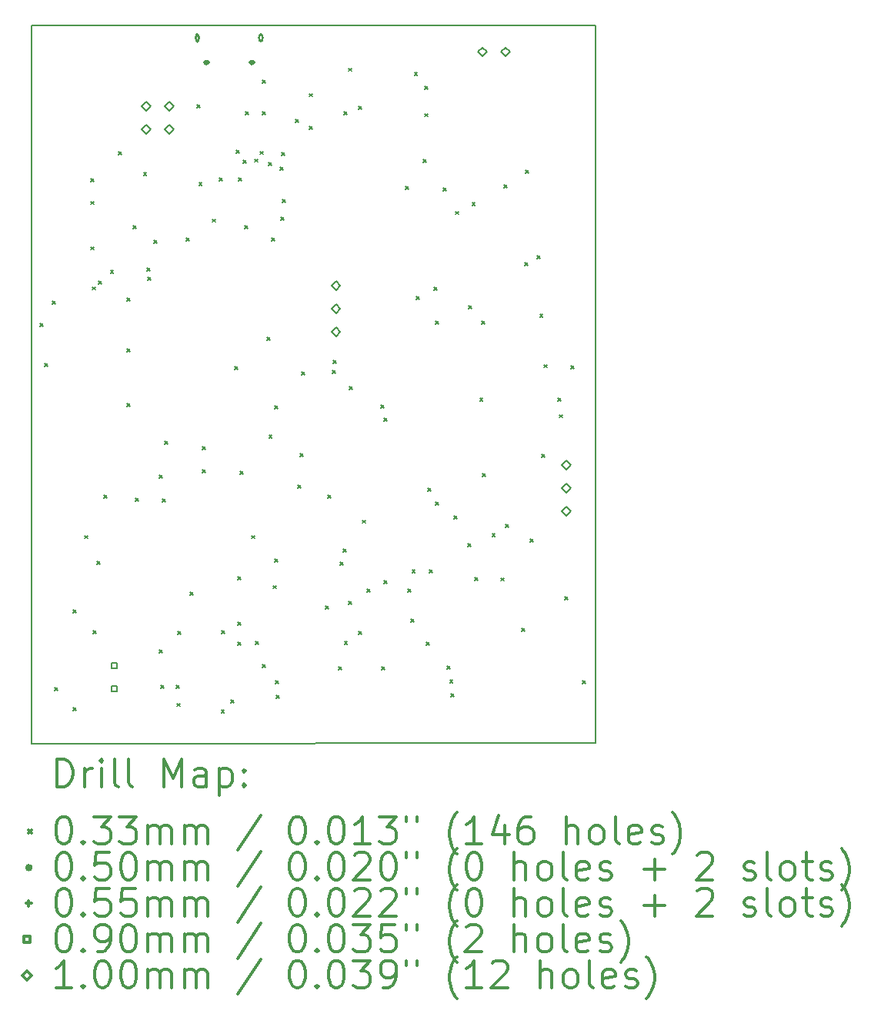
<source format=gbr>
%FSLAX45Y45*%
G04 Gerber Fmt 4.5, Leading zero omitted, Abs format (unit mm)*
G04 Created by KiCad (PCBNEW 5.0.1) date Tue 04 Dec 2018 09:14:12 PM EST*
%MOMM*%
%LPD*%
G01*
G04 APERTURE LIST*
%ADD10C,0.152400*%
%ADD11C,0.200000*%
%ADD12C,0.300000*%
G04 APERTURE END LIST*
D10*
X8965000Y-19270000D02*
X2765000Y-19275000D01*
X8965000Y-11375000D02*
X8965000Y-19270000D01*
X2765000Y-11375000D02*
X8965000Y-11375000D01*
X2765000Y-19275000D02*
X2765000Y-11375000D01*
D11*
X2858490Y-14653490D02*
X2891510Y-14686510D01*
X2891510Y-14653490D02*
X2858490Y-14686510D01*
X2903490Y-15098490D02*
X2936510Y-15131510D01*
X2936510Y-15098490D02*
X2903490Y-15131510D01*
X2993490Y-14408490D02*
X3026510Y-14441510D01*
X3026510Y-14408490D02*
X2993490Y-14441510D01*
X3014939Y-18658837D02*
X3047959Y-18691857D01*
X3047959Y-18658837D02*
X3014939Y-18691857D01*
X3218490Y-17803490D02*
X3251510Y-17836510D01*
X3251510Y-17803490D02*
X3218490Y-17836510D01*
X3218490Y-18878490D02*
X3251510Y-18911510D01*
X3251510Y-18878490D02*
X3218490Y-18911510D01*
X3348490Y-16988490D02*
X3381510Y-17021510D01*
X3381510Y-16988490D02*
X3348490Y-17021510D01*
X3413490Y-13063490D02*
X3446510Y-13096510D01*
X3446510Y-13063490D02*
X3413490Y-13096510D01*
X3413490Y-13313490D02*
X3446510Y-13346510D01*
X3446510Y-13313490D02*
X3413490Y-13346510D01*
X3413490Y-13813490D02*
X3446510Y-13846510D01*
X3446510Y-13813490D02*
X3413490Y-13846510D01*
X3433490Y-14253490D02*
X3466510Y-14286510D01*
X3466510Y-14253490D02*
X3433490Y-14286510D01*
X3438490Y-18033490D02*
X3471510Y-18066510D01*
X3471510Y-18033490D02*
X3438490Y-18066510D01*
X3484939Y-17273837D02*
X3517959Y-17306857D01*
X3517959Y-17273837D02*
X3484939Y-17306857D01*
X3498490Y-14188490D02*
X3531510Y-14221510D01*
X3531510Y-14188490D02*
X3498490Y-14221510D01*
X3559273Y-16543490D02*
X3592293Y-16576510D01*
X3592293Y-16543490D02*
X3559273Y-16576510D01*
X3629310Y-14069395D02*
X3662330Y-14102415D01*
X3662330Y-14069395D02*
X3629310Y-14102415D01*
X3718490Y-12768490D02*
X3751510Y-12801510D01*
X3751510Y-12768490D02*
X3718490Y-12801510D01*
X3813490Y-14373490D02*
X3846510Y-14406510D01*
X3846510Y-14373490D02*
X3813490Y-14406510D01*
X3813490Y-14938490D02*
X3846510Y-14971510D01*
X3846510Y-14938490D02*
X3813490Y-14971510D01*
X3813490Y-15534090D02*
X3846510Y-15567110D01*
X3846510Y-15534090D02*
X3813490Y-15567110D01*
X3878490Y-13578490D02*
X3911510Y-13611510D01*
X3911510Y-13578490D02*
X3878490Y-13611510D01*
X3903490Y-16578490D02*
X3936510Y-16611510D01*
X3936510Y-16578490D02*
X3903490Y-16611510D01*
X3993490Y-12993490D02*
X4026510Y-13026510D01*
X4026510Y-12993490D02*
X3993490Y-13026510D01*
X4028490Y-14043490D02*
X4061510Y-14076510D01*
X4061510Y-14043490D02*
X4028490Y-14076510D01*
X4043490Y-14148490D02*
X4076510Y-14181510D01*
X4076510Y-14148490D02*
X4043490Y-14181510D01*
X4108490Y-13743490D02*
X4141510Y-13776510D01*
X4141510Y-13743490D02*
X4108490Y-13776510D01*
X4163490Y-18248490D02*
X4196510Y-18281510D01*
X4196510Y-18248490D02*
X4163490Y-18281510D01*
X4168490Y-16323490D02*
X4201510Y-16356510D01*
X4201510Y-16323490D02*
X4168490Y-16356510D01*
X4184939Y-18633837D02*
X4217959Y-18666857D01*
X4217959Y-18633837D02*
X4184939Y-18666857D01*
X4203490Y-16583490D02*
X4236510Y-16616510D01*
X4236510Y-16583490D02*
X4203490Y-16616510D01*
X4227890Y-15948490D02*
X4260910Y-15981510D01*
X4260910Y-15948490D02*
X4227890Y-15981510D01*
X4354939Y-18633837D02*
X4387959Y-18666857D01*
X4387959Y-18633837D02*
X4354939Y-18666857D01*
X4358490Y-18833490D02*
X4391510Y-18866510D01*
X4391510Y-18833490D02*
X4358490Y-18866510D01*
X4373490Y-18043490D02*
X4406510Y-18076510D01*
X4406510Y-18043490D02*
X4373490Y-18076510D01*
X4463490Y-13713490D02*
X4496510Y-13746510D01*
X4496510Y-13713490D02*
X4463490Y-13746510D01*
X4508490Y-17608490D02*
X4541510Y-17641510D01*
X4541510Y-17608490D02*
X4508490Y-17641510D01*
X4578490Y-12248490D02*
X4611510Y-12281510D01*
X4611510Y-12248490D02*
X4578490Y-12281510D01*
X4603490Y-13108490D02*
X4636510Y-13141510D01*
X4636510Y-13108490D02*
X4603490Y-13141510D01*
X4643490Y-16013490D02*
X4676510Y-16046510D01*
X4676510Y-16013490D02*
X4643490Y-16046510D01*
X4643490Y-16263490D02*
X4676510Y-16296510D01*
X4676510Y-16263490D02*
X4643490Y-16296510D01*
X4748490Y-13508490D02*
X4781510Y-13541510D01*
X4781510Y-13508490D02*
X4748490Y-13541510D01*
X4828490Y-13058490D02*
X4861510Y-13091510D01*
X4861510Y-13058490D02*
X4828490Y-13091510D01*
X4848490Y-18908490D02*
X4881510Y-18941510D01*
X4881510Y-18908490D02*
X4848490Y-18941510D01*
X4854939Y-18035990D02*
X4887959Y-18069010D01*
X4887959Y-18035990D02*
X4854939Y-18069010D01*
X4953490Y-18793490D02*
X4986510Y-18826510D01*
X4986510Y-18793490D02*
X4953490Y-18826510D01*
X4993490Y-15128490D02*
X5026510Y-15161510D01*
X5026510Y-15128490D02*
X4993490Y-15161510D01*
X5013490Y-12753490D02*
X5046510Y-12786510D01*
X5046510Y-12753490D02*
X5013490Y-12786510D01*
X5028490Y-18158490D02*
X5061510Y-18191510D01*
X5061510Y-18158490D02*
X5028490Y-18191510D01*
X5033490Y-17443490D02*
X5066510Y-17476510D01*
X5066510Y-17443490D02*
X5033490Y-17476510D01*
X5033490Y-17943490D02*
X5066510Y-17976510D01*
X5066510Y-17943490D02*
X5033490Y-17976510D01*
X5038490Y-13053490D02*
X5071510Y-13086510D01*
X5071510Y-13053490D02*
X5038490Y-13086510D01*
X5054700Y-16283400D02*
X5087720Y-16316420D01*
X5087720Y-16283400D02*
X5054700Y-16316420D01*
X5093490Y-12858490D02*
X5126510Y-12891510D01*
X5126510Y-12858490D02*
X5093490Y-12891510D01*
X5108490Y-13578490D02*
X5141510Y-13611510D01*
X5141510Y-13578490D02*
X5108490Y-13611510D01*
X5113490Y-12328490D02*
X5146510Y-12361510D01*
X5146510Y-12328490D02*
X5113490Y-12361510D01*
X5183490Y-16988490D02*
X5216510Y-17021510D01*
X5216510Y-16988490D02*
X5183490Y-17021510D01*
X5218490Y-12847918D02*
X5251510Y-12880938D01*
X5251510Y-12847918D02*
X5218490Y-12880938D01*
X5228490Y-18148490D02*
X5261510Y-18181510D01*
X5261510Y-18148490D02*
X5228490Y-18181510D01*
X5273490Y-12763490D02*
X5306510Y-12796510D01*
X5306510Y-12763490D02*
X5273490Y-12796510D01*
X5298490Y-11978490D02*
X5331510Y-12011510D01*
X5331510Y-11978490D02*
X5298490Y-12011510D01*
X5303490Y-12328490D02*
X5336510Y-12361510D01*
X5336510Y-12328490D02*
X5303490Y-12361510D01*
X5303490Y-18403490D02*
X5336510Y-18436510D01*
X5336510Y-18403490D02*
X5303490Y-18436510D01*
X5353490Y-14808490D02*
X5386510Y-14841510D01*
X5386510Y-14808490D02*
X5353490Y-14841510D01*
X5371102Y-12888559D02*
X5404122Y-12921579D01*
X5404122Y-12888559D02*
X5371102Y-12921579D01*
X5373490Y-15883490D02*
X5406510Y-15916510D01*
X5406510Y-15883490D02*
X5373490Y-15916510D01*
X5403490Y-13713490D02*
X5436510Y-13746510D01*
X5436510Y-13713490D02*
X5403490Y-13746510D01*
X5423490Y-17538490D02*
X5456510Y-17571510D01*
X5456510Y-17538490D02*
X5423490Y-17571510D01*
X5433490Y-15558490D02*
X5466510Y-15591510D01*
X5466510Y-15558490D02*
X5433490Y-15591510D01*
X5438490Y-17243490D02*
X5471510Y-17276510D01*
X5471510Y-17243490D02*
X5438490Y-17276510D01*
X5443490Y-18583490D02*
X5476510Y-18616510D01*
X5476510Y-18583490D02*
X5443490Y-18616510D01*
X5453490Y-18748490D02*
X5486510Y-18781510D01*
X5486510Y-18748490D02*
X5453490Y-18781510D01*
X5493490Y-12933490D02*
X5526510Y-12966510D01*
X5526510Y-12933490D02*
X5493490Y-12966510D01*
X5508490Y-13488490D02*
X5541510Y-13521510D01*
X5541510Y-13488490D02*
X5508490Y-13521510D01*
X5513490Y-12773490D02*
X5546510Y-12806510D01*
X5546510Y-12773490D02*
X5513490Y-12806510D01*
X5518490Y-13293490D02*
X5551510Y-13326510D01*
X5551510Y-13293490D02*
X5518490Y-13326510D01*
X5668490Y-12408490D02*
X5701510Y-12441510D01*
X5701510Y-12408490D02*
X5668490Y-12441510D01*
X5694740Y-16429829D02*
X5727760Y-16462849D01*
X5727760Y-16429829D02*
X5694740Y-16462849D01*
X5718490Y-16088490D02*
X5751510Y-16121510D01*
X5751510Y-16088490D02*
X5718490Y-16121510D01*
X5733490Y-15188490D02*
X5766510Y-15221510D01*
X5766510Y-15188490D02*
X5733490Y-15221510D01*
X5818490Y-12128490D02*
X5851510Y-12161510D01*
X5851510Y-12128490D02*
X5818490Y-12161510D01*
X5818490Y-12488490D02*
X5851510Y-12521510D01*
X5851510Y-12488490D02*
X5818490Y-12521510D01*
X5993490Y-17763490D02*
X6026510Y-17796510D01*
X6026510Y-17763490D02*
X5993490Y-17796510D01*
X6023490Y-16543490D02*
X6056510Y-16576510D01*
X6056510Y-16543490D02*
X6023490Y-16576510D01*
X6073490Y-15168490D02*
X6106510Y-15201510D01*
X6106510Y-15168490D02*
X6073490Y-15201510D01*
X6083490Y-15058490D02*
X6116510Y-15091510D01*
X6116510Y-15058490D02*
X6083490Y-15091510D01*
X6143490Y-18433490D02*
X6176510Y-18466510D01*
X6176510Y-18433490D02*
X6143490Y-18466510D01*
X6158490Y-17278490D02*
X6191510Y-17311510D01*
X6191510Y-17278490D02*
X6158490Y-17311510D01*
X6188490Y-17133490D02*
X6221510Y-17166510D01*
X6221510Y-17133490D02*
X6188490Y-17166510D01*
X6198490Y-12328490D02*
X6231510Y-12361510D01*
X6231510Y-12328490D02*
X6198490Y-12361510D01*
X6203020Y-18148490D02*
X6236040Y-18181510D01*
X6236040Y-18148490D02*
X6203020Y-18181510D01*
X6248490Y-17708490D02*
X6281510Y-17741510D01*
X6281510Y-17708490D02*
X6248490Y-17741510D01*
X6253490Y-11848490D02*
X6286510Y-11881510D01*
X6286510Y-11848490D02*
X6253490Y-11881510D01*
X6258490Y-15353490D02*
X6291510Y-15386510D01*
X6291510Y-15353490D02*
X6258490Y-15386510D01*
X6358490Y-12268490D02*
X6391510Y-12301510D01*
X6391510Y-12268490D02*
X6358490Y-12301510D01*
X6358490Y-18038490D02*
X6391510Y-18071510D01*
X6391510Y-18038490D02*
X6358490Y-18071510D01*
X6403490Y-16818490D02*
X6436510Y-16851510D01*
X6436510Y-16818490D02*
X6403490Y-16851510D01*
X6453490Y-17573490D02*
X6486510Y-17606510D01*
X6486510Y-17573490D02*
X6453490Y-17606510D01*
X6603490Y-15553490D02*
X6636510Y-15586510D01*
X6636510Y-15553490D02*
X6603490Y-15586510D01*
X6613490Y-18433490D02*
X6646510Y-18466510D01*
X6646510Y-18433490D02*
X6613490Y-18466510D01*
X6638006Y-15693974D02*
X6671026Y-15726994D01*
X6671026Y-15693974D02*
X6638006Y-15726994D01*
X6638490Y-17483490D02*
X6671510Y-17516510D01*
X6671510Y-17483490D02*
X6638490Y-17516510D01*
X6873490Y-13148490D02*
X6906510Y-13181510D01*
X6906510Y-13148490D02*
X6873490Y-13181510D01*
X6903490Y-17578490D02*
X6936510Y-17611510D01*
X6936510Y-17578490D02*
X6903490Y-17611510D01*
X6938490Y-17903490D02*
X6971510Y-17936510D01*
X6971510Y-17903490D02*
X6938490Y-17936510D01*
X6948490Y-17363490D02*
X6981510Y-17396510D01*
X6981510Y-17363490D02*
X6948490Y-17396510D01*
X6973490Y-11893490D02*
X7006510Y-11926510D01*
X7006510Y-11893490D02*
X6973490Y-11926510D01*
X6998490Y-14358490D02*
X7031510Y-14391510D01*
X7031510Y-14358490D02*
X6998490Y-14391510D01*
X7068490Y-12848490D02*
X7101510Y-12881510D01*
X7101510Y-12848490D02*
X7068490Y-12881510D01*
X7088490Y-12048490D02*
X7121510Y-12081510D01*
X7121510Y-12048490D02*
X7088490Y-12081510D01*
X7088490Y-12348490D02*
X7121510Y-12381510D01*
X7121510Y-12348490D02*
X7088490Y-12381510D01*
X7103490Y-18158490D02*
X7136510Y-18191510D01*
X7136510Y-18158490D02*
X7103490Y-18191510D01*
X7118490Y-16468490D02*
X7151510Y-16501510D01*
X7151510Y-16468490D02*
X7118490Y-16501510D01*
X7138490Y-17363490D02*
X7171510Y-17396510D01*
X7171510Y-17363490D02*
X7138490Y-17396510D01*
X7188490Y-14258490D02*
X7221510Y-14291510D01*
X7221510Y-14258490D02*
X7188490Y-14291510D01*
X7203490Y-14628490D02*
X7236510Y-14661510D01*
X7236510Y-14628490D02*
X7203490Y-14661510D01*
X7208490Y-16618490D02*
X7241510Y-16651510D01*
X7241510Y-16618490D02*
X7208490Y-16651510D01*
X7288490Y-13168490D02*
X7321510Y-13201510D01*
X7321510Y-13168490D02*
X7288490Y-13201510D01*
X7333490Y-18423490D02*
X7366510Y-18456510D01*
X7366510Y-18423490D02*
X7333490Y-18456510D01*
X7363490Y-18578490D02*
X7396510Y-18611510D01*
X7396510Y-18578490D02*
X7363490Y-18611510D01*
X7373490Y-18728490D02*
X7406510Y-18761510D01*
X7406510Y-18728490D02*
X7373490Y-18761510D01*
X7413490Y-16768490D02*
X7446510Y-16801510D01*
X7446510Y-16768490D02*
X7413490Y-16801510D01*
X7428490Y-13423490D02*
X7461510Y-13456510D01*
X7461510Y-13423490D02*
X7428490Y-13456510D01*
X7558490Y-17078490D02*
X7591510Y-17111510D01*
X7591510Y-17078490D02*
X7558490Y-17111510D01*
X7568490Y-14458490D02*
X7601510Y-14491510D01*
X7601510Y-14458490D02*
X7568490Y-14491510D01*
X7608490Y-13328490D02*
X7641510Y-13361510D01*
X7641510Y-13328490D02*
X7608490Y-13361510D01*
X7638490Y-17448490D02*
X7671510Y-17481510D01*
X7671510Y-17448490D02*
X7638490Y-17481510D01*
X7693490Y-15478490D02*
X7726510Y-15511510D01*
X7726510Y-15478490D02*
X7693490Y-15511510D01*
X7713490Y-14628490D02*
X7746510Y-14661510D01*
X7746510Y-14628490D02*
X7713490Y-14661510D01*
X7723490Y-16308490D02*
X7756510Y-16341510D01*
X7756510Y-16308490D02*
X7723490Y-16341510D01*
X7828490Y-16963490D02*
X7861510Y-16996510D01*
X7861510Y-16963490D02*
X7828490Y-16996510D01*
X7923490Y-17453490D02*
X7956510Y-17486510D01*
X7956510Y-17453490D02*
X7923490Y-17486510D01*
X7958490Y-13133490D02*
X7991510Y-13166510D01*
X7991510Y-13133490D02*
X7958490Y-13166510D01*
X7978490Y-16863490D02*
X8011510Y-16896510D01*
X8011510Y-16863490D02*
X7978490Y-16896510D01*
X8158490Y-18008490D02*
X8191510Y-18041510D01*
X8191510Y-18008490D02*
X8158490Y-18041510D01*
X8188490Y-13983490D02*
X8221510Y-14016510D01*
X8221510Y-13983490D02*
X8188490Y-14016510D01*
X8198490Y-12968490D02*
X8231510Y-13001510D01*
X8231510Y-12968490D02*
X8198490Y-13001510D01*
X8248490Y-17028490D02*
X8281510Y-17061510D01*
X8281510Y-17028490D02*
X8248490Y-17061510D01*
X8323490Y-13908490D02*
X8356510Y-13941510D01*
X8356510Y-13908490D02*
X8323490Y-13941510D01*
X8353490Y-14553490D02*
X8386510Y-14586510D01*
X8386510Y-14553490D02*
X8353490Y-14586510D01*
X8373490Y-16093490D02*
X8406510Y-16126510D01*
X8406510Y-16093490D02*
X8373490Y-16126510D01*
X8398490Y-15108490D02*
X8431510Y-15141510D01*
X8431510Y-15108490D02*
X8398490Y-15141510D01*
X8553490Y-15473490D02*
X8586510Y-15506510D01*
X8586510Y-15473490D02*
X8553490Y-15506510D01*
X8573490Y-15658490D02*
X8606510Y-15691510D01*
X8606510Y-15658490D02*
X8573490Y-15691510D01*
X8628490Y-17663490D02*
X8661510Y-17696510D01*
X8661510Y-17663490D02*
X8628490Y-17696510D01*
X8698490Y-15123490D02*
X8731510Y-15156510D01*
X8731510Y-15123490D02*
X8698490Y-15156510D01*
X8823490Y-18583490D02*
X8856510Y-18616510D01*
X8856510Y-18583490D02*
X8823490Y-18616510D01*
X4610000Y-11515000D02*
G75*
G03X4610000Y-11515000I-25000J0D01*
G01*
X4600000Y-11547500D02*
X4600000Y-11482500D01*
X4570000Y-11547500D02*
X4570000Y-11482500D01*
X4600000Y-11482500D02*
G75*
G03X4570000Y-11482500I-15000J0D01*
G01*
X4570000Y-11547500D02*
G75*
G03X4600000Y-11547500I15000J0D01*
G01*
X5310000Y-11515000D02*
G75*
G03X5310000Y-11515000I-25000J0D01*
G01*
X5270000Y-11482500D02*
X5270000Y-11547500D01*
X5300000Y-11482500D02*
X5300000Y-11547500D01*
X5270000Y-11547500D02*
G75*
G03X5300000Y-11547500I15000J0D01*
G01*
X5300000Y-11482500D02*
G75*
G03X5270000Y-11482500I-15000J0D01*
G01*
X4685000Y-11757500D02*
X4685000Y-11812500D01*
X4657500Y-11785000D02*
X4712500Y-11785000D01*
X4700000Y-11767500D02*
X4670000Y-11767500D01*
X4700000Y-11802500D02*
X4670000Y-11802500D01*
X4670000Y-11767500D02*
G75*
G03X4670000Y-11802500I0J-17500D01*
G01*
X4700000Y-11802500D02*
G75*
G03X4700000Y-11767500I0J17500D01*
G01*
X5185000Y-11757500D02*
X5185000Y-11812500D01*
X5157500Y-11785000D02*
X5212500Y-11785000D01*
X5200000Y-11767500D02*
X5170000Y-11767500D01*
X5200000Y-11802500D02*
X5170000Y-11802500D01*
X5170000Y-11767500D02*
G75*
G03X5170000Y-11802500I0J-17500D01*
G01*
X5200000Y-11802500D02*
G75*
G03X5200000Y-11767500I0J17500D01*
G01*
X3703269Y-18452167D02*
X3703269Y-18388526D01*
X3639629Y-18388526D01*
X3639629Y-18452167D01*
X3703269Y-18452167D01*
X3703269Y-18706167D02*
X3703269Y-18642526D01*
X3639629Y-18642526D01*
X3639629Y-18706167D01*
X3703269Y-18706167D01*
X7720000Y-11720000D02*
X7770000Y-11670000D01*
X7720000Y-11620000D01*
X7670000Y-11670000D01*
X7720000Y-11720000D01*
X7974000Y-11720000D02*
X8024000Y-11670000D01*
X7974000Y-11620000D01*
X7924000Y-11670000D01*
X7974000Y-11720000D01*
X6110000Y-14292000D02*
X6160000Y-14242000D01*
X6110000Y-14192000D01*
X6060000Y-14242000D01*
X6110000Y-14292000D01*
X6110000Y-14546000D02*
X6160000Y-14496000D01*
X6110000Y-14446000D01*
X6060000Y-14496000D01*
X6110000Y-14546000D01*
X6110000Y-14800000D02*
X6160000Y-14750000D01*
X6110000Y-14700000D01*
X6060000Y-14750000D01*
X6110000Y-14800000D01*
X8645000Y-16265000D02*
X8695000Y-16215000D01*
X8645000Y-16165000D01*
X8595000Y-16215000D01*
X8645000Y-16265000D01*
X8645000Y-16519000D02*
X8695000Y-16469000D01*
X8645000Y-16419000D01*
X8595000Y-16469000D01*
X8645000Y-16519000D01*
X8645000Y-16773000D02*
X8695000Y-16723000D01*
X8645000Y-16673000D01*
X8595000Y-16723000D01*
X8645000Y-16773000D01*
X4021000Y-12315000D02*
X4071000Y-12265000D01*
X4021000Y-12215000D01*
X3971000Y-12265000D01*
X4021000Y-12315000D01*
X4021000Y-12569000D02*
X4071000Y-12519000D01*
X4021000Y-12469000D01*
X3971000Y-12519000D01*
X4021000Y-12569000D01*
X4275000Y-12315000D02*
X4325000Y-12265000D01*
X4275000Y-12215000D01*
X4225000Y-12265000D01*
X4275000Y-12315000D01*
X4275000Y-12569000D02*
X4325000Y-12519000D01*
X4275000Y-12469000D01*
X4225000Y-12519000D01*
X4275000Y-12569000D01*
D12*
X3043808Y-19748334D02*
X3043808Y-19448334D01*
X3115237Y-19448334D01*
X3158094Y-19462620D01*
X3186666Y-19491192D01*
X3200951Y-19519763D01*
X3215237Y-19576906D01*
X3215237Y-19619763D01*
X3200951Y-19676906D01*
X3186666Y-19705477D01*
X3158094Y-19734049D01*
X3115237Y-19748334D01*
X3043808Y-19748334D01*
X3343808Y-19748334D02*
X3343808Y-19548334D01*
X3343808Y-19605477D02*
X3358094Y-19576906D01*
X3372380Y-19562620D01*
X3400951Y-19548334D01*
X3429523Y-19548334D01*
X3529523Y-19748334D02*
X3529523Y-19548334D01*
X3529523Y-19448334D02*
X3515237Y-19462620D01*
X3529523Y-19476906D01*
X3543808Y-19462620D01*
X3529523Y-19448334D01*
X3529523Y-19476906D01*
X3715237Y-19748334D02*
X3686666Y-19734049D01*
X3672380Y-19705477D01*
X3672380Y-19448334D01*
X3872380Y-19748334D02*
X3843808Y-19734049D01*
X3829523Y-19705477D01*
X3829523Y-19448334D01*
X4215237Y-19748334D02*
X4215237Y-19448334D01*
X4315237Y-19662620D01*
X4415237Y-19448334D01*
X4415237Y-19748334D01*
X4686666Y-19748334D02*
X4686666Y-19591192D01*
X4672380Y-19562620D01*
X4643808Y-19548334D01*
X4586666Y-19548334D01*
X4558094Y-19562620D01*
X4686666Y-19734049D02*
X4658094Y-19748334D01*
X4586666Y-19748334D01*
X4558094Y-19734049D01*
X4543808Y-19705477D01*
X4543808Y-19676906D01*
X4558094Y-19648334D01*
X4586666Y-19634049D01*
X4658094Y-19634049D01*
X4686666Y-19619763D01*
X4829523Y-19548334D02*
X4829523Y-19848334D01*
X4829523Y-19562620D02*
X4858094Y-19548334D01*
X4915237Y-19548334D01*
X4943808Y-19562620D01*
X4958094Y-19576906D01*
X4972380Y-19605477D01*
X4972380Y-19691192D01*
X4958094Y-19719763D01*
X4943808Y-19734049D01*
X4915237Y-19748334D01*
X4858094Y-19748334D01*
X4829523Y-19734049D01*
X5100951Y-19719763D02*
X5115237Y-19734049D01*
X5100951Y-19748334D01*
X5086666Y-19734049D01*
X5100951Y-19719763D01*
X5100951Y-19748334D01*
X5100951Y-19562620D02*
X5115237Y-19576906D01*
X5100951Y-19591192D01*
X5086666Y-19576906D01*
X5100951Y-19562620D01*
X5100951Y-19591192D01*
X2724360Y-20226110D02*
X2757380Y-20259130D01*
X2757380Y-20226110D02*
X2724360Y-20259130D01*
X3100951Y-20078334D02*
X3129523Y-20078334D01*
X3158094Y-20092620D01*
X3172380Y-20106906D01*
X3186666Y-20135477D01*
X3200951Y-20192620D01*
X3200951Y-20264049D01*
X3186666Y-20321192D01*
X3172380Y-20349763D01*
X3158094Y-20364049D01*
X3129523Y-20378334D01*
X3100951Y-20378334D01*
X3072380Y-20364049D01*
X3058094Y-20349763D01*
X3043808Y-20321192D01*
X3029523Y-20264049D01*
X3029523Y-20192620D01*
X3043808Y-20135477D01*
X3058094Y-20106906D01*
X3072380Y-20092620D01*
X3100951Y-20078334D01*
X3329523Y-20349763D02*
X3343808Y-20364049D01*
X3329523Y-20378334D01*
X3315237Y-20364049D01*
X3329523Y-20349763D01*
X3329523Y-20378334D01*
X3443808Y-20078334D02*
X3629523Y-20078334D01*
X3529523Y-20192620D01*
X3572380Y-20192620D01*
X3600951Y-20206906D01*
X3615237Y-20221192D01*
X3629523Y-20249763D01*
X3629523Y-20321192D01*
X3615237Y-20349763D01*
X3600951Y-20364049D01*
X3572380Y-20378334D01*
X3486666Y-20378334D01*
X3458094Y-20364049D01*
X3443808Y-20349763D01*
X3729523Y-20078334D02*
X3915237Y-20078334D01*
X3815237Y-20192620D01*
X3858094Y-20192620D01*
X3886666Y-20206906D01*
X3900951Y-20221192D01*
X3915237Y-20249763D01*
X3915237Y-20321192D01*
X3900951Y-20349763D01*
X3886666Y-20364049D01*
X3858094Y-20378334D01*
X3772380Y-20378334D01*
X3743808Y-20364049D01*
X3729523Y-20349763D01*
X4043808Y-20378334D02*
X4043808Y-20178334D01*
X4043808Y-20206906D02*
X4058094Y-20192620D01*
X4086666Y-20178334D01*
X4129523Y-20178334D01*
X4158094Y-20192620D01*
X4172380Y-20221192D01*
X4172380Y-20378334D01*
X4172380Y-20221192D02*
X4186666Y-20192620D01*
X4215237Y-20178334D01*
X4258094Y-20178334D01*
X4286666Y-20192620D01*
X4300951Y-20221192D01*
X4300951Y-20378334D01*
X4443808Y-20378334D02*
X4443808Y-20178334D01*
X4443808Y-20206906D02*
X4458094Y-20192620D01*
X4486666Y-20178334D01*
X4529523Y-20178334D01*
X4558094Y-20192620D01*
X4572380Y-20221192D01*
X4572380Y-20378334D01*
X4572380Y-20221192D02*
X4586666Y-20192620D01*
X4615237Y-20178334D01*
X4658094Y-20178334D01*
X4686666Y-20192620D01*
X4700951Y-20221192D01*
X4700951Y-20378334D01*
X5286666Y-20064049D02*
X5029523Y-20449763D01*
X5672380Y-20078334D02*
X5700951Y-20078334D01*
X5729523Y-20092620D01*
X5743808Y-20106906D01*
X5758094Y-20135477D01*
X5772380Y-20192620D01*
X5772380Y-20264049D01*
X5758094Y-20321192D01*
X5743808Y-20349763D01*
X5729523Y-20364049D01*
X5700951Y-20378334D01*
X5672380Y-20378334D01*
X5643808Y-20364049D01*
X5629523Y-20349763D01*
X5615237Y-20321192D01*
X5600951Y-20264049D01*
X5600951Y-20192620D01*
X5615237Y-20135477D01*
X5629523Y-20106906D01*
X5643808Y-20092620D01*
X5672380Y-20078334D01*
X5900951Y-20349763D02*
X5915237Y-20364049D01*
X5900951Y-20378334D01*
X5886666Y-20364049D01*
X5900951Y-20349763D01*
X5900951Y-20378334D01*
X6100951Y-20078334D02*
X6129523Y-20078334D01*
X6158094Y-20092620D01*
X6172380Y-20106906D01*
X6186666Y-20135477D01*
X6200951Y-20192620D01*
X6200951Y-20264049D01*
X6186666Y-20321192D01*
X6172380Y-20349763D01*
X6158094Y-20364049D01*
X6129523Y-20378334D01*
X6100951Y-20378334D01*
X6072380Y-20364049D01*
X6058094Y-20349763D01*
X6043808Y-20321192D01*
X6029523Y-20264049D01*
X6029523Y-20192620D01*
X6043808Y-20135477D01*
X6058094Y-20106906D01*
X6072380Y-20092620D01*
X6100951Y-20078334D01*
X6486666Y-20378334D02*
X6315237Y-20378334D01*
X6400951Y-20378334D02*
X6400951Y-20078334D01*
X6372380Y-20121192D01*
X6343808Y-20149763D01*
X6315237Y-20164049D01*
X6586666Y-20078334D02*
X6772380Y-20078334D01*
X6672380Y-20192620D01*
X6715237Y-20192620D01*
X6743808Y-20206906D01*
X6758094Y-20221192D01*
X6772380Y-20249763D01*
X6772380Y-20321192D01*
X6758094Y-20349763D01*
X6743808Y-20364049D01*
X6715237Y-20378334D01*
X6629523Y-20378334D01*
X6600951Y-20364049D01*
X6586666Y-20349763D01*
X6886666Y-20078334D02*
X6886666Y-20135477D01*
X7000951Y-20078334D02*
X7000951Y-20135477D01*
X7443808Y-20492620D02*
X7429523Y-20478334D01*
X7400951Y-20435477D01*
X7386666Y-20406906D01*
X7372380Y-20364049D01*
X7358094Y-20292620D01*
X7358094Y-20235477D01*
X7372380Y-20164049D01*
X7386666Y-20121192D01*
X7400951Y-20092620D01*
X7429523Y-20049763D01*
X7443808Y-20035477D01*
X7715237Y-20378334D02*
X7543808Y-20378334D01*
X7629523Y-20378334D02*
X7629523Y-20078334D01*
X7600951Y-20121192D01*
X7572380Y-20149763D01*
X7543808Y-20164049D01*
X7972380Y-20178334D02*
X7972380Y-20378334D01*
X7900951Y-20064049D02*
X7829523Y-20278334D01*
X8015237Y-20278334D01*
X8258094Y-20078334D02*
X8200951Y-20078334D01*
X8172380Y-20092620D01*
X8158094Y-20106906D01*
X8129523Y-20149763D01*
X8115237Y-20206906D01*
X8115237Y-20321192D01*
X8129523Y-20349763D01*
X8143808Y-20364049D01*
X8172380Y-20378334D01*
X8229523Y-20378334D01*
X8258094Y-20364049D01*
X8272380Y-20349763D01*
X8286666Y-20321192D01*
X8286666Y-20249763D01*
X8272380Y-20221192D01*
X8258094Y-20206906D01*
X8229523Y-20192620D01*
X8172380Y-20192620D01*
X8143808Y-20206906D01*
X8129523Y-20221192D01*
X8115237Y-20249763D01*
X8643808Y-20378334D02*
X8643808Y-20078334D01*
X8772380Y-20378334D02*
X8772380Y-20221192D01*
X8758094Y-20192620D01*
X8729523Y-20178334D01*
X8686666Y-20178334D01*
X8658094Y-20192620D01*
X8643808Y-20206906D01*
X8958094Y-20378334D02*
X8929523Y-20364049D01*
X8915237Y-20349763D01*
X8900951Y-20321192D01*
X8900951Y-20235477D01*
X8915237Y-20206906D01*
X8929523Y-20192620D01*
X8958094Y-20178334D01*
X9000951Y-20178334D01*
X9029523Y-20192620D01*
X9043808Y-20206906D01*
X9058094Y-20235477D01*
X9058094Y-20321192D01*
X9043808Y-20349763D01*
X9029523Y-20364049D01*
X9000951Y-20378334D01*
X8958094Y-20378334D01*
X9229523Y-20378334D02*
X9200951Y-20364049D01*
X9186666Y-20335477D01*
X9186666Y-20078334D01*
X9458094Y-20364049D02*
X9429523Y-20378334D01*
X9372380Y-20378334D01*
X9343808Y-20364049D01*
X9329523Y-20335477D01*
X9329523Y-20221192D01*
X9343808Y-20192620D01*
X9372380Y-20178334D01*
X9429523Y-20178334D01*
X9458094Y-20192620D01*
X9472380Y-20221192D01*
X9472380Y-20249763D01*
X9329523Y-20278334D01*
X9586666Y-20364049D02*
X9615237Y-20378334D01*
X9672380Y-20378334D01*
X9700951Y-20364049D01*
X9715237Y-20335477D01*
X9715237Y-20321192D01*
X9700951Y-20292620D01*
X9672380Y-20278334D01*
X9629523Y-20278334D01*
X9600951Y-20264049D01*
X9586666Y-20235477D01*
X9586666Y-20221192D01*
X9600951Y-20192620D01*
X9629523Y-20178334D01*
X9672380Y-20178334D01*
X9700951Y-20192620D01*
X9815237Y-20492620D02*
X9829523Y-20478334D01*
X9858094Y-20435477D01*
X9872380Y-20406906D01*
X9886666Y-20364049D01*
X9900951Y-20292620D01*
X9900951Y-20235477D01*
X9886666Y-20164049D01*
X9872380Y-20121192D01*
X9858094Y-20092620D01*
X9829523Y-20049763D01*
X9815237Y-20035477D01*
X2757380Y-20638620D02*
G75*
G03X2757380Y-20638620I-25000J0D01*
G01*
X3100951Y-20474334D02*
X3129523Y-20474334D01*
X3158094Y-20488620D01*
X3172380Y-20502906D01*
X3186666Y-20531477D01*
X3200951Y-20588620D01*
X3200951Y-20660049D01*
X3186666Y-20717192D01*
X3172380Y-20745763D01*
X3158094Y-20760049D01*
X3129523Y-20774334D01*
X3100951Y-20774334D01*
X3072380Y-20760049D01*
X3058094Y-20745763D01*
X3043808Y-20717192D01*
X3029523Y-20660049D01*
X3029523Y-20588620D01*
X3043808Y-20531477D01*
X3058094Y-20502906D01*
X3072380Y-20488620D01*
X3100951Y-20474334D01*
X3329523Y-20745763D02*
X3343808Y-20760049D01*
X3329523Y-20774334D01*
X3315237Y-20760049D01*
X3329523Y-20745763D01*
X3329523Y-20774334D01*
X3615237Y-20474334D02*
X3472380Y-20474334D01*
X3458094Y-20617192D01*
X3472380Y-20602906D01*
X3500951Y-20588620D01*
X3572380Y-20588620D01*
X3600951Y-20602906D01*
X3615237Y-20617192D01*
X3629523Y-20645763D01*
X3629523Y-20717192D01*
X3615237Y-20745763D01*
X3600951Y-20760049D01*
X3572380Y-20774334D01*
X3500951Y-20774334D01*
X3472380Y-20760049D01*
X3458094Y-20745763D01*
X3815237Y-20474334D02*
X3843808Y-20474334D01*
X3872380Y-20488620D01*
X3886666Y-20502906D01*
X3900951Y-20531477D01*
X3915237Y-20588620D01*
X3915237Y-20660049D01*
X3900951Y-20717192D01*
X3886666Y-20745763D01*
X3872380Y-20760049D01*
X3843808Y-20774334D01*
X3815237Y-20774334D01*
X3786666Y-20760049D01*
X3772380Y-20745763D01*
X3758094Y-20717192D01*
X3743808Y-20660049D01*
X3743808Y-20588620D01*
X3758094Y-20531477D01*
X3772380Y-20502906D01*
X3786666Y-20488620D01*
X3815237Y-20474334D01*
X4043808Y-20774334D02*
X4043808Y-20574334D01*
X4043808Y-20602906D02*
X4058094Y-20588620D01*
X4086666Y-20574334D01*
X4129523Y-20574334D01*
X4158094Y-20588620D01*
X4172380Y-20617192D01*
X4172380Y-20774334D01*
X4172380Y-20617192D02*
X4186666Y-20588620D01*
X4215237Y-20574334D01*
X4258094Y-20574334D01*
X4286666Y-20588620D01*
X4300951Y-20617192D01*
X4300951Y-20774334D01*
X4443808Y-20774334D02*
X4443808Y-20574334D01*
X4443808Y-20602906D02*
X4458094Y-20588620D01*
X4486666Y-20574334D01*
X4529523Y-20574334D01*
X4558094Y-20588620D01*
X4572380Y-20617192D01*
X4572380Y-20774334D01*
X4572380Y-20617192D02*
X4586666Y-20588620D01*
X4615237Y-20574334D01*
X4658094Y-20574334D01*
X4686666Y-20588620D01*
X4700951Y-20617192D01*
X4700951Y-20774334D01*
X5286666Y-20460049D02*
X5029523Y-20845763D01*
X5672380Y-20474334D02*
X5700951Y-20474334D01*
X5729523Y-20488620D01*
X5743808Y-20502906D01*
X5758094Y-20531477D01*
X5772380Y-20588620D01*
X5772380Y-20660049D01*
X5758094Y-20717192D01*
X5743808Y-20745763D01*
X5729523Y-20760049D01*
X5700951Y-20774334D01*
X5672380Y-20774334D01*
X5643808Y-20760049D01*
X5629523Y-20745763D01*
X5615237Y-20717192D01*
X5600951Y-20660049D01*
X5600951Y-20588620D01*
X5615237Y-20531477D01*
X5629523Y-20502906D01*
X5643808Y-20488620D01*
X5672380Y-20474334D01*
X5900951Y-20745763D02*
X5915237Y-20760049D01*
X5900951Y-20774334D01*
X5886666Y-20760049D01*
X5900951Y-20745763D01*
X5900951Y-20774334D01*
X6100951Y-20474334D02*
X6129523Y-20474334D01*
X6158094Y-20488620D01*
X6172380Y-20502906D01*
X6186666Y-20531477D01*
X6200951Y-20588620D01*
X6200951Y-20660049D01*
X6186666Y-20717192D01*
X6172380Y-20745763D01*
X6158094Y-20760049D01*
X6129523Y-20774334D01*
X6100951Y-20774334D01*
X6072380Y-20760049D01*
X6058094Y-20745763D01*
X6043808Y-20717192D01*
X6029523Y-20660049D01*
X6029523Y-20588620D01*
X6043808Y-20531477D01*
X6058094Y-20502906D01*
X6072380Y-20488620D01*
X6100951Y-20474334D01*
X6315237Y-20502906D02*
X6329523Y-20488620D01*
X6358094Y-20474334D01*
X6429523Y-20474334D01*
X6458094Y-20488620D01*
X6472380Y-20502906D01*
X6486666Y-20531477D01*
X6486666Y-20560049D01*
X6472380Y-20602906D01*
X6300951Y-20774334D01*
X6486666Y-20774334D01*
X6672380Y-20474334D02*
X6700951Y-20474334D01*
X6729523Y-20488620D01*
X6743808Y-20502906D01*
X6758094Y-20531477D01*
X6772380Y-20588620D01*
X6772380Y-20660049D01*
X6758094Y-20717192D01*
X6743808Y-20745763D01*
X6729523Y-20760049D01*
X6700951Y-20774334D01*
X6672380Y-20774334D01*
X6643808Y-20760049D01*
X6629523Y-20745763D01*
X6615237Y-20717192D01*
X6600951Y-20660049D01*
X6600951Y-20588620D01*
X6615237Y-20531477D01*
X6629523Y-20502906D01*
X6643808Y-20488620D01*
X6672380Y-20474334D01*
X6886666Y-20474334D02*
X6886666Y-20531477D01*
X7000951Y-20474334D02*
X7000951Y-20531477D01*
X7443808Y-20888620D02*
X7429523Y-20874334D01*
X7400951Y-20831477D01*
X7386666Y-20802906D01*
X7372380Y-20760049D01*
X7358094Y-20688620D01*
X7358094Y-20631477D01*
X7372380Y-20560049D01*
X7386666Y-20517192D01*
X7400951Y-20488620D01*
X7429523Y-20445763D01*
X7443808Y-20431477D01*
X7615237Y-20474334D02*
X7643808Y-20474334D01*
X7672380Y-20488620D01*
X7686666Y-20502906D01*
X7700951Y-20531477D01*
X7715237Y-20588620D01*
X7715237Y-20660049D01*
X7700951Y-20717192D01*
X7686666Y-20745763D01*
X7672380Y-20760049D01*
X7643808Y-20774334D01*
X7615237Y-20774334D01*
X7586666Y-20760049D01*
X7572380Y-20745763D01*
X7558094Y-20717192D01*
X7543808Y-20660049D01*
X7543808Y-20588620D01*
X7558094Y-20531477D01*
X7572380Y-20502906D01*
X7586666Y-20488620D01*
X7615237Y-20474334D01*
X8072380Y-20774334D02*
X8072380Y-20474334D01*
X8200951Y-20774334D02*
X8200951Y-20617192D01*
X8186666Y-20588620D01*
X8158094Y-20574334D01*
X8115237Y-20574334D01*
X8086666Y-20588620D01*
X8072380Y-20602906D01*
X8386666Y-20774334D02*
X8358094Y-20760049D01*
X8343808Y-20745763D01*
X8329523Y-20717192D01*
X8329523Y-20631477D01*
X8343808Y-20602906D01*
X8358094Y-20588620D01*
X8386666Y-20574334D01*
X8429523Y-20574334D01*
X8458094Y-20588620D01*
X8472380Y-20602906D01*
X8486666Y-20631477D01*
X8486666Y-20717192D01*
X8472380Y-20745763D01*
X8458094Y-20760049D01*
X8429523Y-20774334D01*
X8386666Y-20774334D01*
X8658094Y-20774334D02*
X8629523Y-20760049D01*
X8615237Y-20731477D01*
X8615237Y-20474334D01*
X8886666Y-20760049D02*
X8858094Y-20774334D01*
X8800951Y-20774334D01*
X8772380Y-20760049D01*
X8758094Y-20731477D01*
X8758094Y-20617192D01*
X8772380Y-20588620D01*
X8800951Y-20574334D01*
X8858094Y-20574334D01*
X8886666Y-20588620D01*
X8900951Y-20617192D01*
X8900951Y-20645763D01*
X8758094Y-20674334D01*
X9015237Y-20760049D02*
X9043808Y-20774334D01*
X9100951Y-20774334D01*
X9129523Y-20760049D01*
X9143808Y-20731477D01*
X9143808Y-20717192D01*
X9129523Y-20688620D01*
X9100951Y-20674334D01*
X9058094Y-20674334D01*
X9029523Y-20660049D01*
X9015237Y-20631477D01*
X9015237Y-20617192D01*
X9029523Y-20588620D01*
X9058094Y-20574334D01*
X9100951Y-20574334D01*
X9129523Y-20588620D01*
X9500951Y-20660049D02*
X9729523Y-20660049D01*
X9615237Y-20774334D02*
X9615237Y-20545763D01*
X10086666Y-20502906D02*
X10100951Y-20488620D01*
X10129523Y-20474334D01*
X10200951Y-20474334D01*
X10229523Y-20488620D01*
X10243808Y-20502906D01*
X10258094Y-20531477D01*
X10258094Y-20560049D01*
X10243808Y-20602906D01*
X10072380Y-20774334D01*
X10258094Y-20774334D01*
X10600951Y-20760049D02*
X10629523Y-20774334D01*
X10686666Y-20774334D01*
X10715237Y-20760049D01*
X10729523Y-20731477D01*
X10729523Y-20717192D01*
X10715237Y-20688620D01*
X10686666Y-20674334D01*
X10643808Y-20674334D01*
X10615237Y-20660049D01*
X10600951Y-20631477D01*
X10600951Y-20617192D01*
X10615237Y-20588620D01*
X10643808Y-20574334D01*
X10686666Y-20574334D01*
X10715237Y-20588620D01*
X10900951Y-20774334D02*
X10872380Y-20760049D01*
X10858094Y-20731477D01*
X10858094Y-20474334D01*
X11058094Y-20774334D02*
X11029523Y-20760049D01*
X11015237Y-20745763D01*
X11000951Y-20717192D01*
X11000951Y-20631477D01*
X11015237Y-20602906D01*
X11029523Y-20588620D01*
X11058094Y-20574334D01*
X11100951Y-20574334D01*
X11129523Y-20588620D01*
X11143808Y-20602906D01*
X11158094Y-20631477D01*
X11158094Y-20717192D01*
X11143808Y-20745763D01*
X11129523Y-20760049D01*
X11100951Y-20774334D01*
X11058094Y-20774334D01*
X11243808Y-20574334D02*
X11358094Y-20574334D01*
X11286666Y-20474334D02*
X11286666Y-20731477D01*
X11300951Y-20760049D01*
X11329523Y-20774334D01*
X11358094Y-20774334D01*
X11443808Y-20760049D02*
X11472380Y-20774334D01*
X11529523Y-20774334D01*
X11558094Y-20760049D01*
X11572380Y-20731477D01*
X11572380Y-20717192D01*
X11558094Y-20688620D01*
X11529523Y-20674334D01*
X11486666Y-20674334D01*
X11458094Y-20660049D01*
X11443808Y-20631477D01*
X11443808Y-20617192D01*
X11458094Y-20588620D01*
X11486666Y-20574334D01*
X11529523Y-20574334D01*
X11558094Y-20588620D01*
X11672380Y-20888620D02*
X11686666Y-20874334D01*
X11715237Y-20831477D01*
X11729523Y-20802906D01*
X11743808Y-20760049D01*
X11758094Y-20688620D01*
X11758094Y-20631477D01*
X11743808Y-20560049D01*
X11729523Y-20517192D01*
X11715237Y-20488620D01*
X11686666Y-20445763D01*
X11672380Y-20431477D01*
X2729880Y-21007120D02*
X2729880Y-21062120D01*
X2702380Y-21034620D02*
X2757380Y-21034620D01*
X3100951Y-20870334D02*
X3129523Y-20870334D01*
X3158094Y-20884620D01*
X3172380Y-20898906D01*
X3186666Y-20927477D01*
X3200951Y-20984620D01*
X3200951Y-21056049D01*
X3186666Y-21113192D01*
X3172380Y-21141763D01*
X3158094Y-21156049D01*
X3129523Y-21170334D01*
X3100951Y-21170334D01*
X3072380Y-21156049D01*
X3058094Y-21141763D01*
X3043808Y-21113192D01*
X3029523Y-21056049D01*
X3029523Y-20984620D01*
X3043808Y-20927477D01*
X3058094Y-20898906D01*
X3072380Y-20884620D01*
X3100951Y-20870334D01*
X3329523Y-21141763D02*
X3343808Y-21156049D01*
X3329523Y-21170334D01*
X3315237Y-21156049D01*
X3329523Y-21141763D01*
X3329523Y-21170334D01*
X3615237Y-20870334D02*
X3472380Y-20870334D01*
X3458094Y-21013192D01*
X3472380Y-20998906D01*
X3500951Y-20984620D01*
X3572380Y-20984620D01*
X3600951Y-20998906D01*
X3615237Y-21013192D01*
X3629523Y-21041763D01*
X3629523Y-21113192D01*
X3615237Y-21141763D01*
X3600951Y-21156049D01*
X3572380Y-21170334D01*
X3500951Y-21170334D01*
X3472380Y-21156049D01*
X3458094Y-21141763D01*
X3900951Y-20870334D02*
X3758094Y-20870334D01*
X3743808Y-21013192D01*
X3758094Y-20998906D01*
X3786666Y-20984620D01*
X3858094Y-20984620D01*
X3886666Y-20998906D01*
X3900951Y-21013192D01*
X3915237Y-21041763D01*
X3915237Y-21113192D01*
X3900951Y-21141763D01*
X3886666Y-21156049D01*
X3858094Y-21170334D01*
X3786666Y-21170334D01*
X3758094Y-21156049D01*
X3743808Y-21141763D01*
X4043808Y-21170334D02*
X4043808Y-20970334D01*
X4043808Y-20998906D02*
X4058094Y-20984620D01*
X4086666Y-20970334D01*
X4129523Y-20970334D01*
X4158094Y-20984620D01*
X4172380Y-21013192D01*
X4172380Y-21170334D01*
X4172380Y-21013192D02*
X4186666Y-20984620D01*
X4215237Y-20970334D01*
X4258094Y-20970334D01*
X4286666Y-20984620D01*
X4300951Y-21013192D01*
X4300951Y-21170334D01*
X4443808Y-21170334D02*
X4443808Y-20970334D01*
X4443808Y-20998906D02*
X4458094Y-20984620D01*
X4486666Y-20970334D01*
X4529523Y-20970334D01*
X4558094Y-20984620D01*
X4572380Y-21013192D01*
X4572380Y-21170334D01*
X4572380Y-21013192D02*
X4586666Y-20984620D01*
X4615237Y-20970334D01*
X4658094Y-20970334D01*
X4686666Y-20984620D01*
X4700951Y-21013192D01*
X4700951Y-21170334D01*
X5286666Y-20856049D02*
X5029523Y-21241763D01*
X5672380Y-20870334D02*
X5700951Y-20870334D01*
X5729523Y-20884620D01*
X5743808Y-20898906D01*
X5758094Y-20927477D01*
X5772380Y-20984620D01*
X5772380Y-21056049D01*
X5758094Y-21113192D01*
X5743808Y-21141763D01*
X5729523Y-21156049D01*
X5700951Y-21170334D01*
X5672380Y-21170334D01*
X5643808Y-21156049D01*
X5629523Y-21141763D01*
X5615237Y-21113192D01*
X5600951Y-21056049D01*
X5600951Y-20984620D01*
X5615237Y-20927477D01*
X5629523Y-20898906D01*
X5643808Y-20884620D01*
X5672380Y-20870334D01*
X5900951Y-21141763D02*
X5915237Y-21156049D01*
X5900951Y-21170334D01*
X5886666Y-21156049D01*
X5900951Y-21141763D01*
X5900951Y-21170334D01*
X6100951Y-20870334D02*
X6129523Y-20870334D01*
X6158094Y-20884620D01*
X6172380Y-20898906D01*
X6186666Y-20927477D01*
X6200951Y-20984620D01*
X6200951Y-21056049D01*
X6186666Y-21113192D01*
X6172380Y-21141763D01*
X6158094Y-21156049D01*
X6129523Y-21170334D01*
X6100951Y-21170334D01*
X6072380Y-21156049D01*
X6058094Y-21141763D01*
X6043808Y-21113192D01*
X6029523Y-21056049D01*
X6029523Y-20984620D01*
X6043808Y-20927477D01*
X6058094Y-20898906D01*
X6072380Y-20884620D01*
X6100951Y-20870334D01*
X6315237Y-20898906D02*
X6329523Y-20884620D01*
X6358094Y-20870334D01*
X6429523Y-20870334D01*
X6458094Y-20884620D01*
X6472380Y-20898906D01*
X6486666Y-20927477D01*
X6486666Y-20956049D01*
X6472380Y-20998906D01*
X6300951Y-21170334D01*
X6486666Y-21170334D01*
X6600951Y-20898906D02*
X6615237Y-20884620D01*
X6643808Y-20870334D01*
X6715237Y-20870334D01*
X6743808Y-20884620D01*
X6758094Y-20898906D01*
X6772380Y-20927477D01*
X6772380Y-20956049D01*
X6758094Y-20998906D01*
X6586666Y-21170334D01*
X6772380Y-21170334D01*
X6886666Y-20870334D02*
X6886666Y-20927477D01*
X7000951Y-20870334D02*
X7000951Y-20927477D01*
X7443808Y-21284620D02*
X7429523Y-21270334D01*
X7400951Y-21227477D01*
X7386666Y-21198906D01*
X7372380Y-21156049D01*
X7358094Y-21084620D01*
X7358094Y-21027477D01*
X7372380Y-20956049D01*
X7386666Y-20913192D01*
X7400951Y-20884620D01*
X7429523Y-20841763D01*
X7443808Y-20827477D01*
X7615237Y-20870334D02*
X7643808Y-20870334D01*
X7672380Y-20884620D01*
X7686666Y-20898906D01*
X7700951Y-20927477D01*
X7715237Y-20984620D01*
X7715237Y-21056049D01*
X7700951Y-21113192D01*
X7686666Y-21141763D01*
X7672380Y-21156049D01*
X7643808Y-21170334D01*
X7615237Y-21170334D01*
X7586666Y-21156049D01*
X7572380Y-21141763D01*
X7558094Y-21113192D01*
X7543808Y-21056049D01*
X7543808Y-20984620D01*
X7558094Y-20927477D01*
X7572380Y-20898906D01*
X7586666Y-20884620D01*
X7615237Y-20870334D01*
X8072380Y-21170334D02*
X8072380Y-20870334D01*
X8200951Y-21170334D02*
X8200951Y-21013192D01*
X8186666Y-20984620D01*
X8158094Y-20970334D01*
X8115237Y-20970334D01*
X8086666Y-20984620D01*
X8072380Y-20998906D01*
X8386666Y-21170334D02*
X8358094Y-21156049D01*
X8343808Y-21141763D01*
X8329523Y-21113192D01*
X8329523Y-21027477D01*
X8343808Y-20998906D01*
X8358094Y-20984620D01*
X8386666Y-20970334D01*
X8429523Y-20970334D01*
X8458094Y-20984620D01*
X8472380Y-20998906D01*
X8486666Y-21027477D01*
X8486666Y-21113192D01*
X8472380Y-21141763D01*
X8458094Y-21156049D01*
X8429523Y-21170334D01*
X8386666Y-21170334D01*
X8658094Y-21170334D02*
X8629523Y-21156049D01*
X8615237Y-21127477D01*
X8615237Y-20870334D01*
X8886666Y-21156049D02*
X8858094Y-21170334D01*
X8800951Y-21170334D01*
X8772380Y-21156049D01*
X8758094Y-21127477D01*
X8758094Y-21013192D01*
X8772380Y-20984620D01*
X8800951Y-20970334D01*
X8858094Y-20970334D01*
X8886666Y-20984620D01*
X8900951Y-21013192D01*
X8900951Y-21041763D01*
X8758094Y-21070334D01*
X9015237Y-21156049D02*
X9043808Y-21170334D01*
X9100951Y-21170334D01*
X9129523Y-21156049D01*
X9143808Y-21127477D01*
X9143808Y-21113192D01*
X9129523Y-21084620D01*
X9100951Y-21070334D01*
X9058094Y-21070334D01*
X9029523Y-21056049D01*
X9015237Y-21027477D01*
X9015237Y-21013192D01*
X9029523Y-20984620D01*
X9058094Y-20970334D01*
X9100951Y-20970334D01*
X9129523Y-20984620D01*
X9500951Y-21056049D02*
X9729523Y-21056049D01*
X9615237Y-21170334D02*
X9615237Y-20941763D01*
X10086666Y-20898906D02*
X10100951Y-20884620D01*
X10129523Y-20870334D01*
X10200951Y-20870334D01*
X10229523Y-20884620D01*
X10243808Y-20898906D01*
X10258094Y-20927477D01*
X10258094Y-20956049D01*
X10243808Y-20998906D01*
X10072380Y-21170334D01*
X10258094Y-21170334D01*
X10600951Y-21156049D02*
X10629523Y-21170334D01*
X10686666Y-21170334D01*
X10715237Y-21156049D01*
X10729523Y-21127477D01*
X10729523Y-21113192D01*
X10715237Y-21084620D01*
X10686666Y-21070334D01*
X10643808Y-21070334D01*
X10615237Y-21056049D01*
X10600951Y-21027477D01*
X10600951Y-21013192D01*
X10615237Y-20984620D01*
X10643808Y-20970334D01*
X10686666Y-20970334D01*
X10715237Y-20984620D01*
X10900951Y-21170334D02*
X10872380Y-21156049D01*
X10858094Y-21127477D01*
X10858094Y-20870334D01*
X11058094Y-21170334D02*
X11029523Y-21156049D01*
X11015237Y-21141763D01*
X11000951Y-21113192D01*
X11000951Y-21027477D01*
X11015237Y-20998906D01*
X11029523Y-20984620D01*
X11058094Y-20970334D01*
X11100951Y-20970334D01*
X11129523Y-20984620D01*
X11143808Y-20998906D01*
X11158094Y-21027477D01*
X11158094Y-21113192D01*
X11143808Y-21141763D01*
X11129523Y-21156049D01*
X11100951Y-21170334D01*
X11058094Y-21170334D01*
X11243808Y-20970334D02*
X11358094Y-20970334D01*
X11286666Y-20870334D02*
X11286666Y-21127477D01*
X11300951Y-21156049D01*
X11329523Y-21170334D01*
X11358094Y-21170334D01*
X11443808Y-21156049D02*
X11472380Y-21170334D01*
X11529523Y-21170334D01*
X11558094Y-21156049D01*
X11572380Y-21127477D01*
X11572380Y-21113192D01*
X11558094Y-21084620D01*
X11529523Y-21070334D01*
X11486666Y-21070334D01*
X11458094Y-21056049D01*
X11443808Y-21027477D01*
X11443808Y-21013192D01*
X11458094Y-20984620D01*
X11486666Y-20970334D01*
X11529523Y-20970334D01*
X11558094Y-20984620D01*
X11672380Y-21284620D02*
X11686666Y-21270334D01*
X11715237Y-21227477D01*
X11729523Y-21198906D01*
X11743808Y-21156049D01*
X11758094Y-21084620D01*
X11758094Y-21027477D01*
X11743808Y-20956049D01*
X11729523Y-20913192D01*
X11715237Y-20884620D01*
X11686666Y-20841763D01*
X11672380Y-20827477D01*
X2744200Y-21462440D02*
X2744200Y-21398800D01*
X2680560Y-21398800D01*
X2680560Y-21462440D01*
X2744200Y-21462440D01*
X3100951Y-21266334D02*
X3129523Y-21266334D01*
X3158094Y-21280620D01*
X3172380Y-21294906D01*
X3186666Y-21323477D01*
X3200951Y-21380620D01*
X3200951Y-21452049D01*
X3186666Y-21509192D01*
X3172380Y-21537763D01*
X3158094Y-21552049D01*
X3129523Y-21566334D01*
X3100951Y-21566334D01*
X3072380Y-21552049D01*
X3058094Y-21537763D01*
X3043808Y-21509192D01*
X3029523Y-21452049D01*
X3029523Y-21380620D01*
X3043808Y-21323477D01*
X3058094Y-21294906D01*
X3072380Y-21280620D01*
X3100951Y-21266334D01*
X3329523Y-21537763D02*
X3343808Y-21552049D01*
X3329523Y-21566334D01*
X3315237Y-21552049D01*
X3329523Y-21537763D01*
X3329523Y-21566334D01*
X3486666Y-21566334D02*
X3543808Y-21566334D01*
X3572380Y-21552049D01*
X3586666Y-21537763D01*
X3615237Y-21494906D01*
X3629523Y-21437763D01*
X3629523Y-21323477D01*
X3615237Y-21294906D01*
X3600951Y-21280620D01*
X3572380Y-21266334D01*
X3515237Y-21266334D01*
X3486666Y-21280620D01*
X3472380Y-21294906D01*
X3458094Y-21323477D01*
X3458094Y-21394906D01*
X3472380Y-21423477D01*
X3486666Y-21437763D01*
X3515237Y-21452049D01*
X3572380Y-21452049D01*
X3600951Y-21437763D01*
X3615237Y-21423477D01*
X3629523Y-21394906D01*
X3815237Y-21266334D02*
X3843808Y-21266334D01*
X3872380Y-21280620D01*
X3886666Y-21294906D01*
X3900951Y-21323477D01*
X3915237Y-21380620D01*
X3915237Y-21452049D01*
X3900951Y-21509192D01*
X3886666Y-21537763D01*
X3872380Y-21552049D01*
X3843808Y-21566334D01*
X3815237Y-21566334D01*
X3786666Y-21552049D01*
X3772380Y-21537763D01*
X3758094Y-21509192D01*
X3743808Y-21452049D01*
X3743808Y-21380620D01*
X3758094Y-21323477D01*
X3772380Y-21294906D01*
X3786666Y-21280620D01*
X3815237Y-21266334D01*
X4043808Y-21566334D02*
X4043808Y-21366334D01*
X4043808Y-21394906D02*
X4058094Y-21380620D01*
X4086666Y-21366334D01*
X4129523Y-21366334D01*
X4158094Y-21380620D01*
X4172380Y-21409192D01*
X4172380Y-21566334D01*
X4172380Y-21409192D02*
X4186666Y-21380620D01*
X4215237Y-21366334D01*
X4258094Y-21366334D01*
X4286666Y-21380620D01*
X4300951Y-21409192D01*
X4300951Y-21566334D01*
X4443808Y-21566334D02*
X4443808Y-21366334D01*
X4443808Y-21394906D02*
X4458094Y-21380620D01*
X4486666Y-21366334D01*
X4529523Y-21366334D01*
X4558094Y-21380620D01*
X4572380Y-21409192D01*
X4572380Y-21566334D01*
X4572380Y-21409192D02*
X4586666Y-21380620D01*
X4615237Y-21366334D01*
X4658094Y-21366334D01*
X4686666Y-21380620D01*
X4700951Y-21409192D01*
X4700951Y-21566334D01*
X5286666Y-21252049D02*
X5029523Y-21637763D01*
X5672380Y-21266334D02*
X5700951Y-21266334D01*
X5729523Y-21280620D01*
X5743808Y-21294906D01*
X5758094Y-21323477D01*
X5772380Y-21380620D01*
X5772380Y-21452049D01*
X5758094Y-21509192D01*
X5743808Y-21537763D01*
X5729523Y-21552049D01*
X5700951Y-21566334D01*
X5672380Y-21566334D01*
X5643808Y-21552049D01*
X5629523Y-21537763D01*
X5615237Y-21509192D01*
X5600951Y-21452049D01*
X5600951Y-21380620D01*
X5615237Y-21323477D01*
X5629523Y-21294906D01*
X5643808Y-21280620D01*
X5672380Y-21266334D01*
X5900951Y-21537763D02*
X5915237Y-21552049D01*
X5900951Y-21566334D01*
X5886666Y-21552049D01*
X5900951Y-21537763D01*
X5900951Y-21566334D01*
X6100951Y-21266334D02*
X6129523Y-21266334D01*
X6158094Y-21280620D01*
X6172380Y-21294906D01*
X6186666Y-21323477D01*
X6200951Y-21380620D01*
X6200951Y-21452049D01*
X6186666Y-21509192D01*
X6172380Y-21537763D01*
X6158094Y-21552049D01*
X6129523Y-21566334D01*
X6100951Y-21566334D01*
X6072380Y-21552049D01*
X6058094Y-21537763D01*
X6043808Y-21509192D01*
X6029523Y-21452049D01*
X6029523Y-21380620D01*
X6043808Y-21323477D01*
X6058094Y-21294906D01*
X6072380Y-21280620D01*
X6100951Y-21266334D01*
X6300951Y-21266334D02*
X6486666Y-21266334D01*
X6386666Y-21380620D01*
X6429523Y-21380620D01*
X6458094Y-21394906D01*
X6472380Y-21409192D01*
X6486666Y-21437763D01*
X6486666Y-21509192D01*
X6472380Y-21537763D01*
X6458094Y-21552049D01*
X6429523Y-21566334D01*
X6343808Y-21566334D01*
X6315237Y-21552049D01*
X6300951Y-21537763D01*
X6758094Y-21266334D02*
X6615237Y-21266334D01*
X6600951Y-21409192D01*
X6615237Y-21394906D01*
X6643808Y-21380620D01*
X6715237Y-21380620D01*
X6743808Y-21394906D01*
X6758094Y-21409192D01*
X6772380Y-21437763D01*
X6772380Y-21509192D01*
X6758094Y-21537763D01*
X6743808Y-21552049D01*
X6715237Y-21566334D01*
X6643808Y-21566334D01*
X6615237Y-21552049D01*
X6600951Y-21537763D01*
X6886666Y-21266334D02*
X6886666Y-21323477D01*
X7000951Y-21266334D02*
X7000951Y-21323477D01*
X7443808Y-21680620D02*
X7429523Y-21666334D01*
X7400951Y-21623477D01*
X7386666Y-21594906D01*
X7372380Y-21552049D01*
X7358094Y-21480620D01*
X7358094Y-21423477D01*
X7372380Y-21352049D01*
X7386666Y-21309192D01*
X7400951Y-21280620D01*
X7429523Y-21237763D01*
X7443808Y-21223477D01*
X7543808Y-21294906D02*
X7558094Y-21280620D01*
X7586666Y-21266334D01*
X7658094Y-21266334D01*
X7686666Y-21280620D01*
X7700951Y-21294906D01*
X7715237Y-21323477D01*
X7715237Y-21352049D01*
X7700951Y-21394906D01*
X7529523Y-21566334D01*
X7715237Y-21566334D01*
X8072380Y-21566334D02*
X8072380Y-21266334D01*
X8200951Y-21566334D02*
X8200951Y-21409192D01*
X8186666Y-21380620D01*
X8158094Y-21366334D01*
X8115237Y-21366334D01*
X8086666Y-21380620D01*
X8072380Y-21394906D01*
X8386666Y-21566334D02*
X8358094Y-21552049D01*
X8343808Y-21537763D01*
X8329523Y-21509192D01*
X8329523Y-21423477D01*
X8343808Y-21394906D01*
X8358094Y-21380620D01*
X8386666Y-21366334D01*
X8429523Y-21366334D01*
X8458094Y-21380620D01*
X8472380Y-21394906D01*
X8486666Y-21423477D01*
X8486666Y-21509192D01*
X8472380Y-21537763D01*
X8458094Y-21552049D01*
X8429523Y-21566334D01*
X8386666Y-21566334D01*
X8658094Y-21566334D02*
X8629523Y-21552049D01*
X8615237Y-21523477D01*
X8615237Y-21266334D01*
X8886666Y-21552049D02*
X8858094Y-21566334D01*
X8800951Y-21566334D01*
X8772380Y-21552049D01*
X8758094Y-21523477D01*
X8758094Y-21409192D01*
X8772380Y-21380620D01*
X8800951Y-21366334D01*
X8858094Y-21366334D01*
X8886666Y-21380620D01*
X8900951Y-21409192D01*
X8900951Y-21437763D01*
X8758094Y-21466334D01*
X9015237Y-21552049D02*
X9043808Y-21566334D01*
X9100951Y-21566334D01*
X9129523Y-21552049D01*
X9143808Y-21523477D01*
X9143808Y-21509192D01*
X9129523Y-21480620D01*
X9100951Y-21466334D01*
X9058094Y-21466334D01*
X9029523Y-21452049D01*
X9015237Y-21423477D01*
X9015237Y-21409192D01*
X9029523Y-21380620D01*
X9058094Y-21366334D01*
X9100951Y-21366334D01*
X9129523Y-21380620D01*
X9243808Y-21680620D02*
X9258094Y-21666334D01*
X9286666Y-21623477D01*
X9300951Y-21594906D01*
X9315237Y-21552049D01*
X9329523Y-21480620D01*
X9329523Y-21423477D01*
X9315237Y-21352049D01*
X9300951Y-21309192D01*
X9286666Y-21280620D01*
X9258094Y-21237763D01*
X9243808Y-21223477D01*
X2707380Y-21876620D02*
X2757380Y-21826620D01*
X2707380Y-21776620D01*
X2657380Y-21826620D01*
X2707380Y-21876620D01*
X3200951Y-21962334D02*
X3029523Y-21962334D01*
X3115237Y-21962334D02*
X3115237Y-21662334D01*
X3086666Y-21705192D01*
X3058094Y-21733763D01*
X3029523Y-21748049D01*
X3329523Y-21933763D02*
X3343808Y-21948049D01*
X3329523Y-21962334D01*
X3315237Y-21948049D01*
X3329523Y-21933763D01*
X3329523Y-21962334D01*
X3529523Y-21662334D02*
X3558094Y-21662334D01*
X3586666Y-21676620D01*
X3600951Y-21690906D01*
X3615237Y-21719477D01*
X3629523Y-21776620D01*
X3629523Y-21848049D01*
X3615237Y-21905192D01*
X3600951Y-21933763D01*
X3586666Y-21948049D01*
X3558094Y-21962334D01*
X3529523Y-21962334D01*
X3500951Y-21948049D01*
X3486666Y-21933763D01*
X3472380Y-21905192D01*
X3458094Y-21848049D01*
X3458094Y-21776620D01*
X3472380Y-21719477D01*
X3486666Y-21690906D01*
X3500951Y-21676620D01*
X3529523Y-21662334D01*
X3815237Y-21662334D02*
X3843808Y-21662334D01*
X3872380Y-21676620D01*
X3886666Y-21690906D01*
X3900951Y-21719477D01*
X3915237Y-21776620D01*
X3915237Y-21848049D01*
X3900951Y-21905192D01*
X3886666Y-21933763D01*
X3872380Y-21948049D01*
X3843808Y-21962334D01*
X3815237Y-21962334D01*
X3786666Y-21948049D01*
X3772380Y-21933763D01*
X3758094Y-21905192D01*
X3743808Y-21848049D01*
X3743808Y-21776620D01*
X3758094Y-21719477D01*
X3772380Y-21690906D01*
X3786666Y-21676620D01*
X3815237Y-21662334D01*
X4043808Y-21962334D02*
X4043808Y-21762334D01*
X4043808Y-21790906D02*
X4058094Y-21776620D01*
X4086666Y-21762334D01*
X4129523Y-21762334D01*
X4158094Y-21776620D01*
X4172380Y-21805192D01*
X4172380Y-21962334D01*
X4172380Y-21805192D02*
X4186666Y-21776620D01*
X4215237Y-21762334D01*
X4258094Y-21762334D01*
X4286666Y-21776620D01*
X4300951Y-21805192D01*
X4300951Y-21962334D01*
X4443808Y-21962334D02*
X4443808Y-21762334D01*
X4443808Y-21790906D02*
X4458094Y-21776620D01*
X4486666Y-21762334D01*
X4529523Y-21762334D01*
X4558094Y-21776620D01*
X4572380Y-21805192D01*
X4572380Y-21962334D01*
X4572380Y-21805192D02*
X4586666Y-21776620D01*
X4615237Y-21762334D01*
X4658094Y-21762334D01*
X4686666Y-21776620D01*
X4700951Y-21805192D01*
X4700951Y-21962334D01*
X5286666Y-21648049D02*
X5029523Y-22033763D01*
X5672380Y-21662334D02*
X5700951Y-21662334D01*
X5729523Y-21676620D01*
X5743808Y-21690906D01*
X5758094Y-21719477D01*
X5772380Y-21776620D01*
X5772380Y-21848049D01*
X5758094Y-21905192D01*
X5743808Y-21933763D01*
X5729523Y-21948049D01*
X5700951Y-21962334D01*
X5672380Y-21962334D01*
X5643808Y-21948049D01*
X5629523Y-21933763D01*
X5615237Y-21905192D01*
X5600951Y-21848049D01*
X5600951Y-21776620D01*
X5615237Y-21719477D01*
X5629523Y-21690906D01*
X5643808Y-21676620D01*
X5672380Y-21662334D01*
X5900951Y-21933763D02*
X5915237Y-21948049D01*
X5900951Y-21962334D01*
X5886666Y-21948049D01*
X5900951Y-21933763D01*
X5900951Y-21962334D01*
X6100951Y-21662334D02*
X6129523Y-21662334D01*
X6158094Y-21676620D01*
X6172380Y-21690906D01*
X6186666Y-21719477D01*
X6200951Y-21776620D01*
X6200951Y-21848049D01*
X6186666Y-21905192D01*
X6172380Y-21933763D01*
X6158094Y-21948049D01*
X6129523Y-21962334D01*
X6100951Y-21962334D01*
X6072380Y-21948049D01*
X6058094Y-21933763D01*
X6043808Y-21905192D01*
X6029523Y-21848049D01*
X6029523Y-21776620D01*
X6043808Y-21719477D01*
X6058094Y-21690906D01*
X6072380Y-21676620D01*
X6100951Y-21662334D01*
X6300951Y-21662334D02*
X6486666Y-21662334D01*
X6386666Y-21776620D01*
X6429523Y-21776620D01*
X6458094Y-21790906D01*
X6472380Y-21805192D01*
X6486666Y-21833763D01*
X6486666Y-21905192D01*
X6472380Y-21933763D01*
X6458094Y-21948049D01*
X6429523Y-21962334D01*
X6343808Y-21962334D01*
X6315237Y-21948049D01*
X6300951Y-21933763D01*
X6629523Y-21962334D02*
X6686666Y-21962334D01*
X6715237Y-21948049D01*
X6729523Y-21933763D01*
X6758094Y-21890906D01*
X6772380Y-21833763D01*
X6772380Y-21719477D01*
X6758094Y-21690906D01*
X6743808Y-21676620D01*
X6715237Y-21662334D01*
X6658094Y-21662334D01*
X6629523Y-21676620D01*
X6615237Y-21690906D01*
X6600951Y-21719477D01*
X6600951Y-21790906D01*
X6615237Y-21819477D01*
X6629523Y-21833763D01*
X6658094Y-21848049D01*
X6715237Y-21848049D01*
X6743808Y-21833763D01*
X6758094Y-21819477D01*
X6772380Y-21790906D01*
X6886666Y-21662334D02*
X6886666Y-21719477D01*
X7000951Y-21662334D02*
X7000951Y-21719477D01*
X7443808Y-22076620D02*
X7429523Y-22062334D01*
X7400951Y-22019477D01*
X7386666Y-21990906D01*
X7372380Y-21948049D01*
X7358094Y-21876620D01*
X7358094Y-21819477D01*
X7372380Y-21748049D01*
X7386666Y-21705192D01*
X7400951Y-21676620D01*
X7429523Y-21633763D01*
X7443808Y-21619477D01*
X7715237Y-21962334D02*
X7543808Y-21962334D01*
X7629523Y-21962334D02*
X7629523Y-21662334D01*
X7600951Y-21705192D01*
X7572380Y-21733763D01*
X7543808Y-21748049D01*
X7829523Y-21690906D02*
X7843808Y-21676620D01*
X7872380Y-21662334D01*
X7943808Y-21662334D01*
X7972380Y-21676620D01*
X7986666Y-21690906D01*
X8000951Y-21719477D01*
X8000951Y-21748049D01*
X7986666Y-21790906D01*
X7815237Y-21962334D01*
X8000951Y-21962334D01*
X8358094Y-21962334D02*
X8358094Y-21662334D01*
X8486666Y-21962334D02*
X8486666Y-21805192D01*
X8472380Y-21776620D01*
X8443808Y-21762334D01*
X8400951Y-21762334D01*
X8372380Y-21776620D01*
X8358094Y-21790906D01*
X8672380Y-21962334D02*
X8643808Y-21948049D01*
X8629523Y-21933763D01*
X8615237Y-21905192D01*
X8615237Y-21819477D01*
X8629523Y-21790906D01*
X8643808Y-21776620D01*
X8672380Y-21762334D01*
X8715237Y-21762334D01*
X8743808Y-21776620D01*
X8758094Y-21790906D01*
X8772380Y-21819477D01*
X8772380Y-21905192D01*
X8758094Y-21933763D01*
X8743808Y-21948049D01*
X8715237Y-21962334D01*
X8672380Y-21962334D01*
X8943808Y-21962334D02*
X8915237Y-21948049D01*
X8900951Y-21919477D01*
X8900951Y-21662334D01*
X9172380Y-21948049D02*
X9143808Y-21962334D01*
X9086666Y-21962334D01*
X9058094Y-21948049D01*
X9043808Y-21919477D01*
X9043808Y-21805192D01*
X9058094Y-21776620D01*
X9086666Y-21762334D01*
X9143808Y-21762334D01*
X9172380Y-21776620D01*
X9186666Y-21805192D01*
X9186666Y-21833763D01*
X9043808Y-21862334D01*
X9300951Y-21948049D02*
X9329523Y-21962334D01*
X9386666Y-21962334D01*
X9415237Y-21948049D01*
X9429523Y-21919477D01*
X9429523Y-21905192D01*
X9415237Y-21876620D01*
X9386666Y-21862334D01*
X9343808Y-21862334D01*
X9315237Y-21848049D01*
X9300951Y-21819477D01*
X9300951Y-21805192D01*
X9315237Y-21776620D01*
X9343808Y-21762334D01*
X9386666Y-21762334D01*
X9415237Y-21776620D01*
X9529523Y-22076620D02*
X9543808Y-22062334D01*
X9572380Y-22019477D01*
X9586666Y-21990906D01*
X9600951Y-21948049D01*
X9615237Y-21876620D01*
X9615237Y-21819477D01*
X9600951Y-21748049D01*
X9586666Y-21705192D01*
X9572380Y-21676620D01*
X9543808Y-21633763D01*
X9529523Y-21619477D01*
M02*

</source>
